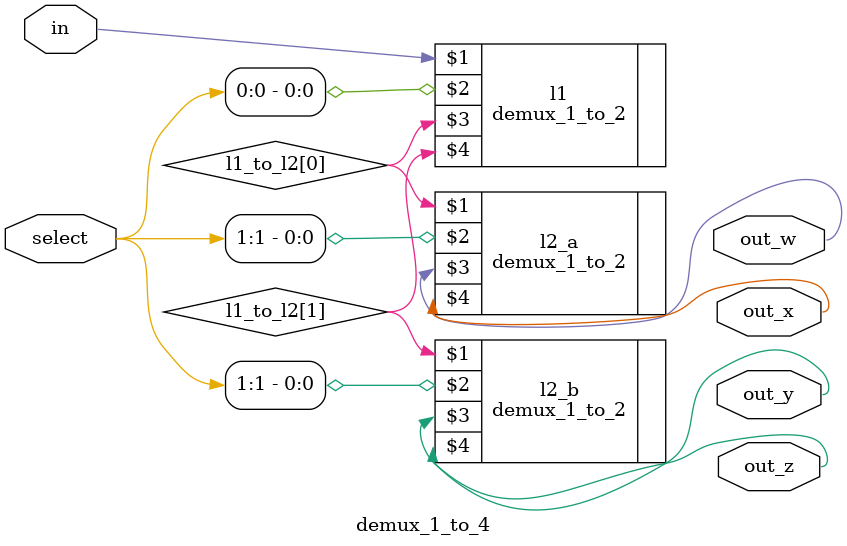
<source format=v>
`ifndef DEMUX_1_TO_4
`define DEMUX_1_TO_4
`include "../demux_1_to_2/demux_1_to_2.v"

/**
 * A one hot decoder, 1 to 4
 *
 * Ports
 * in : input data
 * select : select bits
 * out_w, out_x, out_y, out_z : outputs
 *
 * Parameters
 * bits : data width
 */
module demux_1_to_4(in, select, out_w, out_x, out_y, out_z);
    parameter bits = 1;
    input [1:0] select;
    input [(bits-1):0] in;
    output [(bits-1):0] out_w;
    output [(bits-1):0] out_x;
    output [(bits-1):0] out_y;
    output [(bits-1):0] out_z;
    
    wire [(bits-1):0] l1_to_l2[0:1]; // From level 1 demux to level 2 demuxes
    demux_1_to_2 #(bits) l1(in, select[0], l1_to_l2[0], l1_to_l2[1]);
    demux_1_to_2 #(bits) l2_a(l1_to_l2[0], select[1], out_w, out_x);
    demux_1_to_2 #(bits) l2_b(l1_to_l2[1], select[1], out_y, out_z);
endmodule

`endif
</source>
